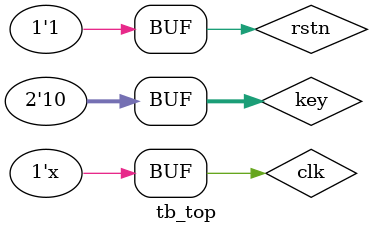
<source format=v>
module top(
    input sysclk,
    input rstn,

    output scl,
    inout sda ,

    input [1:0] key
);

wire done;
wire [7:0] rd_data;
wire rd_valid;


wire req;
assign req = key[0] | key[1];


reg mode;
always@(posedge sysclk)begin
    if(!rstn)
        mode <= 1'b0;
    else if(key[0])
        mode <= 1'b0;
    else if(key[1])
        mode<=1'b1;
end

IIC_M#(
    .ADDR_DIVICE_WIDTH (8),
    .DATA_WIDTH (8),

    .SYSCLK_FREQ (50_000_000),
    .IIC_FREQ (400_000),
    .byte_number_reg (1)
)
iic_inst (
    .sysclk(sysclk),
    .rstn(rstn),

    //---------user---------
    .iic_req        (req),
    .iic_mode       (mode),//模式：0写，1读

    .iic_addr_divice(7'b110_1000),//设备地址
    .iic_addr_reg   (8'h03),//寄存器地址

    .iic_busy       (),
    .iic_done       (done),


    .iic_wr_data    (8'b0000_0001),
    .iic_wr_valid   (),
    .iic_wr_length  (1'b1),//写数据长度

    .iic_rd_data    (rd_data),
    .iic_rd_valid   (rd_valid),
    .iic_rd_length  (1'b1),//读数据长度

    //---------IIC----------
    .iic_scl        (scl),
    .iic_sda        (sda)
);

endmodule




`timescale 1ns/1ns

module tb_top();
reg clk;
reg rstn;
reg [1:0] key;

initial begin
    clk = 1'b0;
    rstn = 1'b0;
    #200
    rstn = 1'b1;
end

always #10 clk = ~clk;

initial begin
    #300
    key[0] = 0;
    key[1] = 0;
    #500_000 //写模式
    key[0] = 1;
    #500_000
    key[1] = 0;
    key[0] = 0;
    #500_000
    key[1] = 1;//读模式
end

wire sda;
wire scl;

top top_inst(
    .sysclk(clk),
    .rstn(rstn),

    .scl(scl),
    .sda(sda) ,

    .key(key)
);


endmodule
</source>
